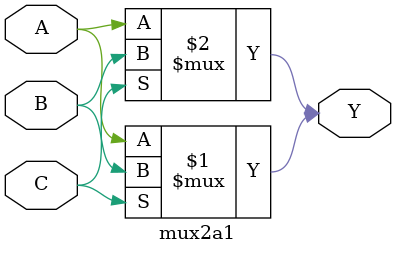
<source format=v>
`timescale 1ns / 1ps


module mux2a1(
    A,
    B,
    C,
    Y
    );
    
    input A;
    input B;
    input C;
    output Y;
    
    //assign Y = (A&~C)|(B&C);
    assign Y = C ? B : A;assign Y = C ? B : A;
endmodule

</source>
